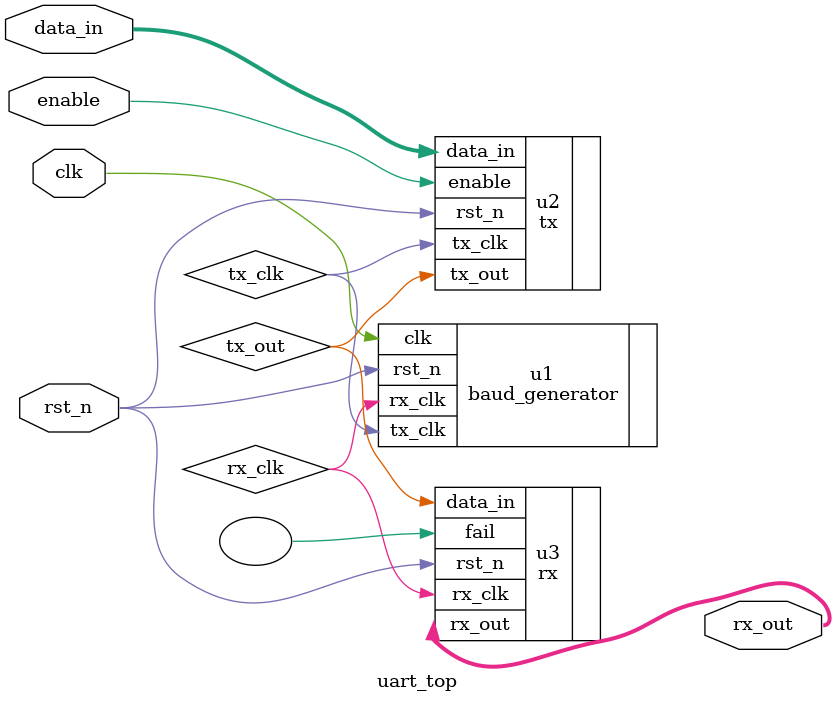
<source format=v>
module uart_top#(
parameter time_frequency = 100_000_000,
parameter baud_rate = 9_600,
parameter data_width = 8,
parameter test = 1,
parameter stop_width = 2
)(
input clk,
input rst_n,
input enable,
input [data_width-1:0] data_in,
output [data_width-1:0] rx_out);

wire rx_clk;
wire tx_clk;
wire tx_out;

baud_generator #(time_frequency,baud_rate)   u1 (.clk(clk),.rst_n(rst_n),.rx_clk(rx_clk),.tx_clk(tx_clk));

tx 			#(data_width,test,stop_width) u2(.tx_clk(tx_clk),.rst_n(rst_n),.data_in(data_in),.enable(enable),.tx_out(tx_out));

rx 			#(data_width,test,stop_width) u3(.rx_clk(rx_clk),.rst_n(rst_n),.data_in(tx_out),.rx_out(rx_out),.fail());

endmodule

</source>
